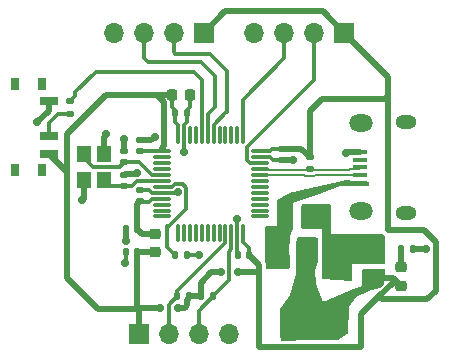
<source format=gbr>
%TF.GenerationSoftware,KiCad,Pcbnew,(6.0.7)*%
%TF.CreationDate,2022-08-14T12:50:59+03:00*%
%TF.ProjectId,STM32F103C8T6,53544d33-3246-4313-9033-433854362e6b,rev?*%
%TF.SameCoordinates,Original*%
%TF.FileFunction,Copper,L1,Top*%
%TF.FilePolarity,Positive*%
%FSLAX46Y46*%
G04 Gerber Fmt 4.6, Leading zero omitted, Abs format (unit mm)*
G04 Created by KiCad (PCBNEW (6.0.7)) date 2022-08-14 12:50:59*
%MOMM*%
%LPD*%
G01*
G04 APERTURE LIST*
G04 Aperture macros list*
%AMRoundRect*
0 Rectangle with rounded corners*
0 $1 Rounding radius*
0 $2 $3 $4 $5 $6 $7 $8 $9 X,Y pos of 4 corners*
0 Add a 4 corners polygon primitive as box body*
4,1,4,$2,$3,$4,$5,$6,$7,$8,$9,$2,$3,0*
0 Add four circle primitives for the rounded corners*
1,1,$1+$1,$2,$3*
1,1,$1+$1,$4,$5*
1,1,$1+$1,$6,$7*
1,1,$1+$1,$8,$9*
0 Add four rect primitives between the rounded corners*
20,1,$1+$1,$2,$3,$4,$5,0*
20,1,$1+$1,$4,$5,$6,$7,0*
20,1,$1+$1,$6,$7,$8,$9,0*
20,1,$1+$1,$8,$9,$2,$3,0*%
G04 Aperture macros list end*
%TA.AperFunction,SMDPad,CuDef*%
%ADD10RoundRect,0.135000X-0.185000X0.135000X-0.185000X-0.135000X0.185000X-0.135000X0.185000X0.135000X0*%
%TD*%
%TA.AperFunction,SMDPad,CuDef*%
%ADD11RoundRect,0.135000X-0.135000X-0.185000X0.135000X-0.185000X0.135000X0.185000X-0.135000X0.185000X0*%
%TD*%
%TA.AperFunction,SMDPad,CuDef*%
%ADD12RoundRect,0.140000X0.140000X0.170000X-0.140000X0.170000X-0.140000X-0.170000X0.140000X-0.170000X0*%
%TD*%
%TA.AperFunction,ComponentPad*%
%ADD13R,1.700000X1.700000*%
%TD*%
%TA.AperFunction,ComponentPad*%
%ADD14O,1.700000X1.700000*%
%TD*%
%TA.AperFunction,SMDPad,CuDef*%
%ADD15RoundRect,0.218750X-0.256250X0.218750X-0.256250X-0.218750X0.256250X-0.218750X0.256250X0.218750X0*%
%TD*%
%TA.AperFunction,SMDPad,CuDef*%
%ADD16RoundRect,0.225000X-0.225000X-0.250000X0.225000X-0.250000X0.225000X0.250000X-0.225000X0.250000X0*%
%TD*%
%TA.AperFunction,SMDPad,CuDef*%
%ADD17RoundRect,0.140000X0.170000X-0.140000X0.170000X0.140000X-0.170000X0.140000X-0.170000X-0.140000X0*%
%TD*%
%TA.AperFunction,SMDPad,CuDef*%
%ADD18R,0.800000X1.000000*%
%TD*%
%TA.AperFunction,SMDPad,CuDef*%
%ADD19R,1.500000X0.700000*%
%TD*%
%TA.AperFunction,SMDPad,CuDef*%
%ADD20RoundRect,0.135000X0.185000X-0.135000X0.185000X0.135000X-0.185000X0.135000X-0.185000X-0.135000X0*%
%TD*%
%TA.AperFunction,SMDPad,CuDef*%
%ADD21RoundRect,0.250000X-0.250000X-0.475000X0.250000X-0.475000X0.250000X0.475000X-0.250000X0.475000X0*%
%TD*%
%TA.AperFunction,SMDPad,CuDef*%
%ADD22RoundRect,0.140000X-0.170000X0.140000X-0.170000X-0.140000X0.170000X-0.140000X0.170000X0.140000X0*%
%TD*%
%TA.AperFunction,SMDPad,CuDef*%
%ADD23R,1.200000X1.400000*%
%TD*%
%TA.AperFunction,SMDPad,CuDef*%
%ADD24RoundRect,0.075000X-0.662500X-0.075000X0.662500X-0.075000X0.662500X0.075000X-0.662500X0.075000X0*%
%TD*%
%TA.AperFunction,SMDPad,CuDef*%
%ADD25RoundRect,0.075000X-0.075000X-0.662500X0.075000X-0.662500X0.075000X0.662500X-0.075000X0.662500X0*%
%TD*%
%TA.AperFunction,SMDPad,CuDef*%
%ADD26RoundRect,0.140000X-0.140000X-0.170000X0.140000X-0.170000X0.140000X0.170000X-0.140000X0.170000X0*%
%TD*%
%TA.AperFunction,SMDPad,CuDef*%
%ADD27R,1.300000X0.450000*%
%TD*%
%TA.AperFunction,ComponentPad*%
%ADD28O,2.000000X1.450000*%
%TD*%
%TA.AperFunction,ComponentPad*%
%ADD29O,1.800000X1.150000*%
%TD*%
%TA.AperFunction,SMDPad,CuDef*%
%ADD30RoundRect,0.218750X0.256250X-0.218750X0.256250X0.218750X-0.256250X0.218750X-0.256250X-0.218750X0*%
%TD*%
%TA.AperFunction,SMDPad,CuDef*%
%ADD31R,1.500000X2.000000*%
%TD*%
%TA.AperFunction,SMDPad,CuDef*%
%ADD32R,3.800000X2.000000*%
%TD*%
%TA.AperFunction,SMDPad,CuDef*%
%ADD33RoundRect,0.250000X0.475000X-0.250000X0.475000X0.250000X-0.475000X0.250000X-0.475000X-0.250000X0*%
%TD*%
%TA.AperFunction,SMDPad,CuDef*%
%ADD34RoundRect,0.135000X0.135000X0.185000X-0.135000X0.185000X-0.135000X-0.185000X0.135000X-0.185000X0*%
%TD*%
%TA.AperFunction,ViaPad*%
%ADD35C,0.700000*%
%TD*%
%TA.AperFunction,Conductor*%
%ADD36C,0.300000*%
%TD*%
%TA.AperFunction,Conductor*%
%ADD37C,0.500000*%
%TD*%
%TA.AperFunction,Conductor*%
%ADD38C,0.200000*%
%TD*%
G04 APERTURE END LIST*
D10*
%TO.P,R5,1*%
%TO.N,+3.3V*%
X106875000Y-69240000D03*
%TO.P,R5,2*%
%TO.N,/USB_D+*%
X106875000Y-70260000D03*
%TD*%
D11*
%TO.P,R1,1*%
%TO.N,/PWR_LED_K*%
X114580000Y-77010000D03*
%TO.P,R1,2*%
%TO.N,GND*%
X115600000Y-77010000D03*
%TD*%
D12*
%TO.P,C7,1*%
%TO.N,+3.3V*%
X101760000Y-77500000D03*
%TO.P,C7,2*%
%TO.N,GND*%
X100800000Y-77500000D03*
%TD*%
%TO.P,C12,1*%
%TO.N,+3.3VA*%
X92300000Y-75350000D03*
%TO.P,C12,2*%
%TO.N,GND*%
X91340000Y-75350000D03*
%TD*%
D13*
%TO.P,J1,1,Pin_1*%
%TO.N,+3.3V*%
X97900000Y-58700000D03*
D14*
%TO.P,J1,2,Pin_2*%
%TO.N,/USART_TX1*%
X95360000Y-58700000D03*
%TO.P,J1,3,Pin_3*%
%TO.N,/USART_RX1*%
X92820000Y-58700000D03*
%TO.P,J1,4,Pin_4*%
%TO.N,GND*%
X90280000Y-58700000D03*
%TD*%
D15*
%TO.P,D1,1,K*%
%TO.N,/PWR_LED_K*%
X114610000Y-78542500D03*
%TO.P,D1,2,A*%
%TO.N,+3.3V*%
X114610000Y-80117500D03*
%TD*%
D16*
%TO.P,C3,1*%
%TO.N,+3.3V*%
X95225000Y-64000000D03*
%TO.P,C3,2*%
%TO.N,GND*%
X96775000Y-64000000D03*
%TD*%
D17*
%TO.P,C4,1*%
%TO.N,+3.3V*%
X92500000Y-68750000D03*
%TO.P,C4,2*%
%TO.N,GND*%
X92500000Y-67790000D03*
%TD*%
%TO.P,C11,1*%
%TO.N,+3.3VA*%
X92500000Y-72960000D03*
%TO.P,C11,2*%
%TO.N,GND*%
X92500000Y-72000000D03*
%TD*%
D18*
%TO.P,SW1,*%
%TO.N,*%
X84180000Y-63050000D03*
X81970000Y-70350000D03*
X84180000Y-70350000D03*
X81970000Y-63050000D03*
D19*
%TO.P,SW1,1,A*%
%TO.N,GND*%
X84830000Y-64450000D03*
%TO.P,SW1,2,B*%
%TO.N,/SW_BOOT0*%
X84830000Y-67450000D03*
%TO.P,SW1,3,C*%
%TO.N,+3.3V*%
X84830000Y-68950000D03*
%TD*%
D20*
%TO.P,R4,1*%
%TO.N,/SW_BOOT0*%
X86614000Y-65536000D03*
%TO.P,R4,2*%
%TO.N,/BOOT0*%
X86614000Y-64516000D03*
%TD*%
D21*
%TO.P,C1,1*%
%TO.N,VBUS*%
X104980000Y-74190000D03*
%TO.P,C1,2*%
%TO.N,GND*%
X106880000Y-74190000D03*
%TD*%
D22*
%TO.P,C8,1*%
%TO.N,+3.3V*%
X104500000Y-68540000D03*
%TO.P,C8,2*%
%TO.N,GND*%
X104500000Y-69500000D03*
%TD*%
D23*
%TO.P,Y1,1,1*%
%TO.N,/HSE_IN*%
X87750000Y-69000000D03*
%TO.P,Y1,2,2*%
%TO.N,GND*%
X87750000Y-71200000D03*
%TO.P,Y1,3,3*%
%TO.N,/HSE_OUT*%
X89450000Y-71200000D03*
%TO.P,Y1,4,4*%
%TO.N,GND*%
X89450000Y-69000000D03*
%TD*%
D13*
%TO.P,J2,1,Pin_1*%
%TO.N,+3.3V*%
X92390000Y-84200000D03*
D14*
%TO.P,J2,2,Pin_2*%
%TO.N,/I2C2_SCL*%
X94930000Y-84200000D03*
%TO.P,J2,3,Pin_3*%
%TO.N,/I2C2_SDA*%
X97470000Y-84200000D03*
%TO.P,J2,4,Pin_4*%
%TO.N,GND*%
X100010000Y-84200000D03*
%TD*%
D13*
%TO.P,J3,1,Pin_1*%
%TO.N,+3.3V*%
X109800000Y-58700000D03*
D14*
%TO.P,J3,2,Pin_2*%
%TO.N,/SWDIO*%
X107260000Y-58700000D03*
%TO.P,J3,3,Pin_3*%
%TO.N,/SWDCLK*%
X104720000Y-58700000D03*
%TO.P,J3,4,Pin_4*%
%TO.N,GND*%
X102180000Y-58700000D03*
%TD*%
D24*
%TO.P,U2,1,VBAT*%
%TO.N,+3.3V*%
X94337500Y-68750000D03*
%TO.P,U2,2,PC13*%
%TO.N,unconnected-(U2-Pad2)*%
X94337500Y-69250000D03*
%TO.P,U2,3,PC14*%
%TO.N,unconnected-(U2-Pad3)*%
X94337500Y-69750000D03*
%TO.P,U2,4,PC15*%
%TO.N,unconnected-(U2-Pad4)*%
X94337500Y-70250000D03*
%TO.P,U2,5,PD0*%
%TO.N,/HSE_IN*%
X94337500Y-70750000D03*
%TO.P,U2,6,PD1*%
%TO.N,/HSE_OUT*%
X94337500Y-71250000D03*
%TO.P,U2,7,NRST*%
%TO.N,/NRST*%
X94337500Y-71750000D03*
%TO.P,U2,8,VSSA*%
%TO.N,GND*%
X94337500Y-72250000D03*
%TO.P,U2,9,VDDA*%
%TO.N,+3.3VA*%
X94337500Y-72750000D03*
%TO.P,U2,10,PA0*%
%TO.N,unconnected-(U2-Pad10)*%
X94337500Y-73250000D03*
%TO.P,U2,11,PA1*%
%TO.N,unconnected-(U2-Pad11)*%
X94337500Y-73750000D03*
%TO.P,U2,12,PA2*%
%TO.N,unconnected-(U2-Pad12)*%
X94337500Y-74250000D03*
D25*
%TO.P,U2,13,PA3*%
%TO.N,unconnected-(U2-Pad13)*%
X95750000Y-75662500D03*
%TO.P,U2,14,PA4*%
%TO.N,unconnected-(U2-Pad14)*%
X96250000Y-75662500D03*
%TO.P,U2,15,PA5*%
%TO.N,unconnected-(U2-Pad15)*%
X96750000Y-75662500D03*
%TO.P,U2,16,PA6*%
%TO.N,unconnected-(U2-Pad16)*%
X97250000Y-75662500D03*
%TO.P,U2,17,PA7*%
%TO.N,unconnected-(U2-Pad17)*%
X97750000Y-75662500D03*
%TO.P,U2,18,PB0*%
%TO.N,unconnected-(U2-Pad18)*%
X98250000Y-75662500D03*
%TO.P,U2,19,PB1*%
%TO.N,unconnected-(U2-Pad19)*%
X98750000Y-75662500D03*
%TO.P,U2,20,PB2*%
%TO.N,unconnected-(U2-Pad20)*%
X99250000Y-75662500D03*
%TO.P,U2,21,PB10*%
%TO.N,/I2C2_SCL*%
X99750000Y-75662500D03*
%TO.P,U2,22,PB11*%
%TO.N,/I2C2_SDA*%
X100250000Y-75662500D03*
%TO.P,U2,23,VSS*%
%TO.N,GND*%
X100750000Y-75662500D03*
%TO.P,U2,24,VDD*%
%TO.N,+3.3V*%
X101250000Y-75662500D03*
D24*
%TO.P,U2,25,PB12*%
%TO.N,unconnected-(U2-Pad25)*%
X102662500Y-74250000D03*
%TO.P,U2,26,PB13*%
%TO.N,unconnected-(U2-Pad26)*%
X102662500Y-73750000D03*
%TO.P,U2,27,PB14*%
%TO.N,unconnected-(U2-Pad27)*%
X102662500Y-73250000D03*
%TO.P,U2,28,PB15*%
%TO.N,unconnected-(U2-Pad28)*%
X102662500Y-72750000D03*
%TO.P,U2,29,PA8*%
%TO.N,unconnected-(U2-Pad29)*%
X102662500Y-72250000D03*
%TO.P,U2,30,PA9*%
%TO.N,unconnected-(U2-Pad30)*%
X102662500Y-71750000D03*
%TO.P,U2,31,PA10*%
%TO.N,unconnected-(U2-Pad31)*%
X102662500Y-71250000D03*
%TO.P,U2,32,PA11*%
%TO.N,/USB_D-*%
X102662500Y-70750000D03*
%TO.P,U2,33,PA12*%
%TO.N,/USB_D+*%
X102662500Y-70250000D03*
%TO.P,U2,34,PA13*%
%TO.N,/SWDIO*%
X102662500Y-69750000D03*
%TO.P,U2,35,VSS*%
%TO.N,GND*%
X102662500Y-69250000D03*
%TO.P,U2,36,VDD*%
%TO.N,+3.3V*%
X102662500Y-68750000D03*
D25*
%TO.P,U2,37,PA14*%
%TO.N,/SWDCLK*%
X101250000Y-67337500D03*
%TO.P,U2,38,PA15*%
%TO.N,unconnected-(U2-Pad38)*%
X100750000Y-67337500D03*
%TO.P,U2,39,PB3*%
%TO.N,unconnected-(U2-Pad39)*%
X100250000Y-67337500D03*
%TO.P,U2,40,PB4*%
%TO.N,unconnected-(U2-Pad40)*%
X99750000Y-67337500D03*
%TO.P,U2,41,PB5*%
%TO.N,unconnected-(U2-Pad41)*%
X99250000Y-67337500D03*
%TO.P,U2,42,PB6*%
%TO.N,/USART_TX1*%
X98750000Y-67337500D03*
%TO.P,U2,43,PB7*%
%TO.N,/USART_RX1*%
X98250000Y-67337500D03*
%TO.P,U2,44,BOOT0*%
%TO.N,/BOOT0*%
X97750000Y-67337500D03*
%TO.P,U2,45,PB8*%
%TO.N,unconnected-(U2-Pad45)*%
X97250000Y-67337500D03*
%TO.P,U2,46,PB9*%
%TO.N,unconnected-(U2-Pad46)*%
X96750000Y-67337500D03*
%TO.P,U2,47,VSS*%
%TO.N,GND*%
X96250000Y-67337500D03*
%TO.P,U2,48,VDD*%
%TO.N,+3.3V*%
X95750000Y-67337500D03*
%TD*%
D12*
%TO.P,C13,1*%
%TO.N,+3.3V*%
X92260000Y-77250000D03*
%TO.P,C13,2*%
%TO.N,GND*%
X91300000Y-77250000D03*
%TD*%
D26*
%TO.P,C6,1*%
%TO.N,/NRST*%
X95520000Y-77500000D03*
%TO.P,C6,2*%
%TO.N,GND*%
X96480000Y-77500000D03*
%TD*%
D27*
%TO.P,J4,1,VBUS*%
%TO.N,VBUS*%
X111150000Y-71400000D03*
%TO.P,J4,2,D-*%
%TO.N,/USB_D-*%
X111150000Y-70750000D03*
%TO.P,J4,3,D+*%
%TO.N,/USB_D+*%
X111150000Y-70100000D03*
%TO.P,J4,4,ID*%
%TO.N,unconnected-(J4-Pad4)*%
X111150000Y-69450000D03*
%TO.P,J4,5,GND*%
%TO.N,GND*%
X111150000Y-68800000D03*
D28*
%TO.P,J4,6,Shield*%
X111200000Y-73825000D03*
X111200000Y-66375000D03*
D29*
X115000000Y-73975000D03*
X115000000Y-66225000D03*
%TD*%
D17*
%TO.P,C5,1*%
%TO.N,/HSE_IN*%
X91200000Y-69660000D03*
%TO.P,C5,2*%
%TO.N,GND*%
X91200000Y-68700000D03*
%TD*%
D30*
%TO.P,FB1,1*%
%TO.N,+3.3V*%
X93750000Y-77287500D03*
%TO.P,FB1,2*%
%TO.N,+3.3VA*%
X93750000Y-75712500D03*
%TD*%
D31*
%TO.P,U1,1,GND*%
%TO.N,GND*%
X108980000Y-77216000D03*
D32*
%TO.P,U1,2,VO*%
%TO.N,+3.3V*%
X106680000Y-83516000D03*
D31*
X106680000Y-77216000D03*
%TO.P,U1,3,VI*%
%TO.N,VBUS*%
X104380000Y-77216000D03*
%TD*%
D26*
%TO.P,C10,1*%
%TO.N,+3.3V*%
X95520000Y-65500000D03*
%TO.P,C10,2*%
%TO.N,GND*%
X96480000Y-65500000D03*
%TD*%
D33*
%TO.P,C2,1*%
%TO.N,+3.3V*%
X112268000Y-79436000D03*
%TO.P,C2,2*%
%TO.N,GND*%
X112268000Y-77536000D03*
%TD*%
D17*
%TO.P,C9,1*%
%TO.N,/HSE_OUT*%
X91200000Y-71680000D03*
%TO.P,C9,2*%
%TO.N,GND*%
X91200000Y-70720000D03*
%TD*%
D34*
%TO.P,R2,1*%
%TO.N,+3.3V*%
X96700000Y-81000000D03*
%TO.P,R2,2*%
%TO.N,/I2C2_SCL*%
X95680000Y-81000000D03*
%TD*%
D11*
%TO.P,R3,1*%
%TO.N,+3.3V*%
X97690000Y-81000000D03*
%TO.P,R3,2*%
%TO.N,/I2C2_SDA*%
X98710000Y-81000000D03*
%TD*%
D35*
%TO.N,GND*%
X108458000Y-78994000D03*
X91190000Y-67700000D03*
X93750000Y-67500000D03*
X112776000Y-76200000D03*
X96250000Y-68818000D03*
X91250000Y-78230000D03*
X87630000Y-72898000D03*
X83820000Y-66294000D03*
X92227183Y-70550781D03*
X108204000Y-74676000D03*
X109950498Y-68900000D03*
X108204000Y-73660000D03*
X91340000Y-76290000D03*
X116750000Y-77010000D03*
X100750000Y-74500000D03*
X109474000Y-78994000D03*
X89662000Y-67310000D03*
X105500000Y-69500000D03*
X95740000Y-72220000D03*
X97490000Y-77510000D03*
%TO.N,+3.3V*%
X94230500Y-82042000D03*
X99350500Y-78994000D03*
X100838000Y-78994000D03*
X95696240Y-81973004D03*
%TD*%
D36*
%TO.N,GND*%
X96480000Y-65500000D02*
X96480000Y-65270000D01*
X96480000Y-66268959D02*
X96480000Y-65500000D01*
X102662500Y-69250000D02*
X103501041Y-69250000D01*
D37*
X87750000Y-72778000D02*
X87630000Y-72898000D01*
X83820000Y-66294000D02*
X84830000Y-65284000D01*
D36*
X94337500Y-72250000D02*
X93498959Y-72250000D01*
D37*
X109950498Y-68874502D02*
X110050000Y-68775000D01*
X109950498Y-68900000D02*
X109950498Y-68874502D01*
D36*
X91300000Y-78180000D02*
X91250000Y-78230000D01*
D37*
X84830000Y-65284000D02*
X84830000Y-64450000D01*
D36*
X96250000Y-67337500D02*
X96250000Y-68818000D01*
X96480000Y-77500000D02*
X96490000Y-77510000D01*
D37*
X92230000Y-70553598D02*
X92227183Y-70550781D01*
D36*
X100750000Y-77450000D02*
X100800000Y-77500000D01*
D37*
X92500000Y-67790000D02*
X93460000Y-67790000D01*
D36*
X96490000Y-77510000D02*
X97490000Y-77510000D01*
X96250000Y-67337500D02*
X96250000Y-66498959D01*
X103501041Y-69250000D02*
X103751041Y-69500000D01*
D37*
X91200000Y-70720000D02*
X91270000Y-70650000D01*
D36*
X94337500Y-72250000D02*
X95710000Y-72250000D01*
X100750000Y-75662500D02*
X100750000Y-77450000D01*
X95710000Y-72250000D02*
X95740000Y-72220000D01*
D37*
X91200000Y-67710000D02*
X91190000Y-67700000D01*
X89450000Y-69000000D02*
X89450000Y-67522000D01*
X115600000Y-77010000D02*
X116750000Y-77010000D01*
D36*
X93248959Y-72000000D02*
X92500000Y-72000000D01*
D37*
X105500000Y-69500000D02*
X104500000Y-69500000D01*
D36*
X96775000Y-64975000D02*
X96775000Y-64000000D01*
X96250000Y-66498959D02*
X96480000Y-66268959D01*
D37*
X93460000Y-67790000D02*
X93750000Y-67500000D01*
D36*
X91300000Y-77250000D02*
X91300000Y-78180000D01*
D37*
X91340000Y-75350000D02*
X91340000Y-76290000D01*
D36*
X93498959Y-72250000D02*
X93248959Y-72000000D01*
D37*
X87750000Y-71200000D02*
X87750000Y-72778000D01*
X89450000Y-67522000D02*
X89662000Y-67310000D01*
D36*
X103751041Y-69500000D02*
X104500000Y-69500000D01*
D37*
X92230000Y-70650000D02*
X92230000Y-70553598D01*
X91270000Y-70650000D02*
X92230000Y-70650000D01*
X91200000Y-68700000D02*
X91200000Y-67710000D01*
D36*
X96480000Y-65270000D02*
X96775000Y-64975000D01*
D37*
X110050000Y-68775000D02*
X111150000Y-68775000D01*
D36*
X100750000Y-75662500D02*
X100750000Y-74500000D01*
D37*
%TO.N,+3.3V*%
X113538000Y-75438000D02*
X113538000Y-64770000D01*
D36*
X101250000Y-76450000D02*
X101760000Y-76960000D01*
D37*
X96520000Y-81788000D02*
X96334996Y-81973004D01*
D36*
X103500000Y-68750000D02*
X102662500Y-68750000D01*
D37*
X113538000Y-64052000D02*
X113538000Y-62438000D01*
D36*
X101250000Y-75662500D02*
X101250000Y-76450000D01*
D37*
X92260000Y-77250000D02*
X92260000Y-81978000D01*
X96334996Y-81973004D02*
X95696240Y-81973004D01*
X112776000Y-81026000D02*
X113030000Y-81280000D01*
D36*
X95520000Y-65500000D02*
X95520000Y-65270000D01*
D37*
X113538000Y-64770000D02*
X113538000Y-64052000D01*
D36*
X95750000Y-67337500D02*
X95750000Y-66500000D01*
X95500000Y-65520000D02*
X95520000Y-65500000D01*
D37*
X86360000Y-79502000D02*
X86360000Y-70480000D01*
X93972000Y-64000000D02*
X95225000Y-64000000D01*
X99350500Y-78994000D02*
X98552000Y-78994000D01*
X96700000Y-81127315D02*
X96520000Y-81307315D01*
D36*
X95750000Y-66500000D02*
X95500000Y-66250000D01*
D37*
X86360000Y-70480000D02*
X86360000Y-67310000D01*
X112776000Y-81026000D02*
X111252000Y-82550000D01*
X97690000Y-79856000D02*
X97690000Y-81000000D01*
X92260000Y-81978000D02*
X92390000Y-82108000D01*
D36*
X101760000Y-76960000D02*
X101760000Y-77500000D01*
D37*
X86360000Y-70480000D02*
X84830000Y-68950000D01*
X102616000Y-78994000D02*
X100838000Y-78994000D01*
D36*
X95520000Y-65270000D02*
X95225000Y-64975000D01*
D37*
X93712500Y-77250000D02*
X93750000Y-77287500D01*
X96700000Y-81000000D02*
X96700000Y-81127315D01*
X94550000Y-68264000D02*
X94337500Y-68476500D01*
X111252000Y-82550000D02*
X111252000Y-85344000D01*
X107890000Y-64300000D02*
X106875000Y-65315000D01*
X113538000Y-64052000D02*
X113290000Y-64300000D01*
X92260000Y-77250000D02*
X93712500Y-77250000D01*
X102616000Y-85344000D02*
X102616000Y-78994000D01*
X113928500Y-79436000D02*
X113928500Y-79873500D01*
X99704000Y-56896000D02*
X107996000Y-56896000D01*
X113928500Y-79873500D02*
X112776000Y-81026000D01*
X98552000Y-78994000D02*
X97690000Y-79856000D01*
X92390000Y-82108000D02*
X92390000Y-84200000D01*
X86360000Y-67310000D02*
X89670000Y-64000000D01*
D36*
X95225000Y-64975000D02*
X95225000Y-64000000D01*
D37*
X113538000Y-62438000D02*
X109800000Y-58700000D01*
X113928500Y-79436000D02*
X114610000Y-80117500D01*
X92390000Y-82108000D02*
X88966000Y-82108000D01*
D36*
X103710000Y-68540000D02*
X103500000Y-68750000D01*
D37*
X96520000Y-81307315D02*
X96520000Y-81788000D01*
X92456000Y-82042000D02*
X92390000Y-82108000D01*
X102616000Y-78994000D02*
X102616000Y-78356000D01*
X107996000Y-56896000D02*
X109800000Y-58700000D01*
X113030000Y-81280000D02*
X116840000Y-81280000D01*
X88966000Y-82108000D02*
X86360000Y-79502000D01*
X97900000Y-58700000D02*
X99704000Y-56896000D01*
X106875000Y-69240000D02*
X106175000Y-68540000D01*
X113290000Y-64300000D02*
X107890000Y-64300000D01*
X117550000Y-80570000D02*
X117550000Y-76402000D01*
X106875000Y-65315000D02*
X106875000Y-69240000D01*
X93972000Y-64000000D02*
X94550000Y-64578000D01*
X94550000Y-64578000D02*
X94550000Y-68264000D01*
D36*
X104500000Y-68540000D02*
X103710000Y-68540000D01*
X95500000Y-66250000D02*
X95500000Y-65520000D01*
D37*
X117550000Y-76402000D02*
X116586000Y-75438000D01*
X111252000Y-85344000D02*
X102616000Y-85344000D01*
X94337500Y-68476500D02*
X94337500Y-68650000D01*
D36*
X92500000Y-68750000D02*
X94337500Y-68750000D01*
D37*
X112268000Y-79436000D02*
X113928500Y-79436000D01*
X89670000Y-64000000D02*
X93972000Y-64000000D01*
X102616000Y-78356000D02*
X101760000Y-77500000D01*
X94230500Y-82042000D02*
X92456000Y-82042000D01*
X116586000Y-75438000D02*
X113538000Y-75438000D01*
X97690000Y-81000000D02*
X96700000Y-81000000D01*
X106175000Y-68540000D02*
X104500000Y-68540000D01*
X116840000Y-81280000D02*
X117550000Y-80570000D01*
D36*
%TO.N,/HSE_IN*%
X92500000Y-69750000D02*
X92410000Y-69660000D01*
X92410000Y-69660000D02*
X91200000Y-69660000D01*
X91200000Y-69660000D02*
X90810000Y-70050000D01*
X88500000Y-70050000D02*
X87750000Y-69300000D01*
X90810000Y-70050000D02*
X88500000Y-70050000D01*
X94337500Y-70750000D02*
X93498959Y-70750000D01*
X93498959Y-70750000D02*
X92500000Y-69751041D01*
X87750000Y-69300000D02*
X87750000Y-69000000D01*
X92500000Y-69751041D02*
X92500000Y-69750000D01*
%TO.N,/NRST*%
X96160000Y-71520000D02*
X96440000Y-71800000D01*
X94840000Y-75086041D02*
X94840000Y-76820000D01*
X94840000Y-76820000D02*
X95520000Y-77500000D01*
X94337500Y-71750000D02*
X95220050Y-71750000D01*
X96440000Y-71800000D02*
X96440000Y-73633959D01*
X95220050Y-71750000D02*
X95450050Y-71520000D01*
X95450050Y-71520000D02*
X96160000Y-71520000D01*
X94987918Y-75086041D02*
X94840000Y-75086041D01*
X96440000Y-73633959D02*
X94987918Y-75086041D01*
%TO.N,/HSE_OUT*%
X94337500Y-71250000D02*
X92247035Y-71250000D01*
X91200000Y-71680000D02*
X89930000Y-71680000D01*
X91817035Y-71680000D02*
X91200000Y-71680000D01*
X92247035Y-71250000D02*
X91817035Y-71680000D01*
X89930000Y-71680000D02*
X89450000Y-71200000D01*
D37*
%TO.N,+3.3VA*%
X92300000Y-75350000D02*
X92300000Y-73160000D01*
D36*
X93498959Y-72750000D02*
X93250000Y-72998959D01*
D37*
X93750000Y-75712500D02*
X92662500Y-75712500D01*
D36*
X94337500Y-72750000D02*
X93498959Y-72750000D01*
X93250000Y-72998959D02*
X93250000Y-73000000D01*
D37*
X92662500Y-75712500D02*
X92300000Y-75350000D01*
D36*
X93250000Y-73000000D02*
X92540000Y-73000000D01*
D37*
X92300000Y-73160000D02*
X92500000Y-72960000D01*
D36*
X92540000Y-73000000D02*
X92500000Y-72960000D01*
D37*
%TO.N,/PWR_LED_K*%
X114580000Y-77010000D02*
X114580000Y-78512500D01*
X114580000Y-78512500D02*
X114610000Y-78542500D01*
D36*
%TO.N,/USART_TX1*%
X99925000Y-65425000D02*
X99925000Y-61975000D01*
X95360000Y-60360000D02*
X95360000Y-58700000D01*
X98750000Y-67337500D02*
X98750000Y-66498959D01*
X99925000Y-61975000D02*
X98425000Y-60475000D01*
X98750000Y-66498959D02*
X99823959Y-65425000D01*
X99823959Y-65425000D02*
X99925000Y-65425000D01*
X98425000Y-60475000D02*
X95475000Y-60475000D01*
X95475000Y-60475000D02*
X95360000Y-60360000D01*
%TO.N,/USART_RX1*%
X98875000Y-64950000D02*
X98875000Y-62400000D01*
X97675000Y-61200000D02*
X93175000Y-61200000D01*
X98875000Y-62400000D02*
X97675000Y-61200000D01*
X93175000Y-61200000D02*
X92820000Y-60845000D01*
X98250000Y-65575000D02*
X98875000Y-64950000D01*
X98250000Y-67337500D02*
X98250000Y-65575000D01*
X92820000Y-60845000D02*
X92820000Y-58700000D01*
%TO.N,/I2C2_SCL*%
X95680000Y-80571041D02*
X95680000Y-81000000D01*
X94930000Y-81750000D02*
X94930000Y-84200000D01*
X95680000Y-81000000D02*
X94930000Y-81750000D01*
X99750000Y-76501041D02*
X95680000Y-80571041D01*
X99750000Y-75662500D02*
X99750000Y-76501041D01*
%TO.N,/I2C2_SDA*%
X100250000Y-77047035D02*
X100050000Y-77247035D01*
X100050000Y-79660000D02*
X98710000Y-81000000D01*
X100050000Y-77247035D02*
X100050000Y-79660000D01*
X100250000Y-75662500D02*
X100250000Y-77047035D01*
X98710000Y-81000000D02*
X97470000Y-82240000D01*
X97470000Y-82240000D02*
X97470000Y-84200000D01*
%TO.N,/SWDIO*%
X101823959Y-69750000D02*
X101575000Y-69501041D01*
X101575000Y-69501041D02*
X101575000Y-68375000D01*
X102662500Y-69750000D02*
X101823959Y-69750000D01*
X107260000Y-62690000D02*
X107260000Y-58700000D01*
X101575000Y-68375000D02*
X107260000Y-62690000D01*
%TO.N,/SWDCLK*%
X101250000Y-67337500D02*
X101250000Y-64350000D01*
X104720000Y-60870000D02*
X104720000Y-58700000D01*
X101250000Y-64350000D02*
X104725000Y-60875000D01*
X104725000Y-60875000D02*
X104720000Y-60870000D01*
D38*
%TO.N,/USB_D-*%
X106429817Y-70750000D02*
X106509817Y-70830000D01*
X107320183Y-70750000D02*
X111150000Y-70750000D01*
X102662500Y-70750000D02*
X106429817Y-70750000D01*
X107240183Y-70830000D02*
X107320183Y-70750000D01*
X106509817Y-70830000D02*
X107240183Y-70830000D01*
%TO.N,/USB_D+*%
X102662500Y-70250000D02*
X102712499Y-70299999D01*
X110200000Y-70299999D02*
X110200000Y-70225000D01*
X111025000Y-70225000D02*
X111150000Y-70100000D01*
X102712499Y-70299999D02*
X110200000Y-70299999D01*
X110200000Y-70225000D02*
X111025000Y-70225000D01*
D36*
%TO.N,/SW_BOOT0*%
X85594000Y-65536000D02*
X84830000Y-66300000D01*
X84830000Y-66300000D02*
X84830000Y-67450000D01*
X86614000Y-65536000D02*
X85594000Y-65536000D01*
%TO.N,/BOOT0*%
X97050000Y-62000000D02*
X88800000Y-62000000D01*
X87050000Y-64080000D02*
X86614000Y-64516000D01*
X88800000Y-62000000D02*
X87050000Y-63750000D01*
X97750000Y-62700000D02*
X97050000Y-62000000D01*
X97750000Y-67337500D02*
X97750000Y-62700000D01*
X87050000Y-63750000D02*
X87050000Y-64080000D01*
%TD*%
%TA.AperFunction,Conductor*%
%TO.N,VBUS*%
G36*
X110266151Y-71170185D02*
G01*
X110286716Y-71186742D01*
X110319181Y-71219151D01*
X110319187Y-71219155D01*
X110327287Y-71227241D01*
X110337758Y-71231870D01*
X110337759Y-71231871D01*
X110421147Y-71268737D01*
X110421149Y-71268738D01*
X110429673Y-71272506D01*
X110455354Y-71275500D01*
X111766000Y-71275500D01*
X111833039Y-71295185D01*
X111878794Y-71347989D01*
X111890000Y-71399500D01*
X111890000Y-71576000D01*
X111870315Y-71643039D01*
X111817511Y-71688794D01*
X111766000Y-71700000D01*
X109490000Y-71700000D01*
X107901837Y-72295561D01*
X107892152Y-72299193D01*
X107887825Y-72300725D01*
X105506913Y-73094362D01*
X105506912Y-73094363D01*
X105490000Y-73100000D01*
X105491596Y-75224000D01*
X105491628Y-75266699D01*
X105477873Y-75323553D01*
X105190000Y-75882669D01*
X105146345Y-77296882D01*
X105146946Y-77301668D01*
X105189035Y-77636981D01*
X105190000Y-77652425D01*
X105190000Y-78576000D01*
X105170315Y-78643039D01*
X105117511Y-78688794D01*
X105066000Y-78700000D01*
X103290500Y-78700000D01*
X103223461Y-78680315D01*
X103177706Y-78627511D01*
X103166500Y-78576000D01*
X103166500Y-78370957D01*
X103166609Y-78365764D01*
X103168856Y-78312154D01*
X103168856Y-78312153D01*
X103169210Y-78303706D01*
X103167279Y-78295475D01*
X103167279Y-78295471D01*
X103159253Y-78261253D01*
X103157123Y-78249764D01*
X103152353Y-78214940D01*
X103152353Y-78214939D01*
X103151206Y-78206568D01*
X103145166Y-78192610D01*
X103138242Y-78171675D01*
X103136699Y-78165097D01*
X103134768Y-78156864D01*
X103113761Y-78118652D01*
X103108624Y-78108167D01*
X103100199Y-78088699D01*
X103090000Y-78039450D01*
X103090000Y-75224000D01*
X103109685Y-75156961D01*
X103162489Y-75111206D01*
X103214000Y-75100000D01*
X104090000Y-75100000D01*
X104090000Y-72970207D01*
X104109685Y-72903168D01*
X104150203Y-72863878D01*
X105073568Y-72309859D01*
X105108639Y-72295562D01*
X106988391Y-71848002D01*
X109285861Y-71300986D01*
X109294196Y-71299301D01*
X109969548Y-71186742D01*
X110176879Y-71152187D01*
X110197263Y-71150500D01*
X110199112Y-71150500D01*
X110266151Y-71170185D01*
G37*
%TD.AperFunction*%
%TD*%
%TA.AperFunction,Conductor*%
%TO.N,GND*%
G36*
X108633039Y-73219685D02*
G01*
X108678794Y-73272489D01*
X108690000Y-73324000D01*
X108690000Y-75700000D01*
X112979961Y-75700000D01*
X113047000Y-75719685D01*
X113079730Y-75751252D01*
X113081707Y-75755132D01*
X113087428Y-75761353D01*
X113118413Y-75795049D01*
X113123503Y-75800947D01*
X113152290Y-75836497D01*
X113152295Y-75836502D01*
X113157614Y-75843070D01*
X113164506Y-75847967D01*
X113170667Y-75853753D01*
X113170567Y-75853859D01*
X113171469Y-75854654D01*
X113171561Y-75854543D01*
X113178079Y-75859935D01*
X113183799Y-75866156D01*
X113229901Y-75894740D01*
X113236369Y-75899038D01*
X113237845Y-75900087D01*
X113281080Y-75954973D01*
X113290000Y-76001153D01*
X113290000Y-78176000D01*
X113270315Y-78243039D01*
X113217511Y-78288794D01*
X113166000Y-78300000D01*
X110490000Y-78300000D01*
X110490000Y-79566095D01*
X110470315Y-79633134D01*
X110417511Y-79678889D01*
X110356490Y-79689730D01*
X108004490Y-79508807D01*
X107939157Y-79484038D01*
X107897587Y-79427881D01*
X107890000Y-79385172D01*
X107890000Y-75300000D01*
X106314000Y-75300000D01*
X106246961Y-75280315D01*
X106201206Y-75227511D01*
X106190000Y-75176000D01*
X106190000Y-73324000D01*
X106209685Y-73256961D01*
X106262489Y-73211206D01*
X106314000Y-73200000D01*
X108566000Y-73200000D01*
X108633039Y-73219685D01*
G37*
%TD.AperFunction*%
%TD*%
%TA.AperFunction,Conductor*%
%TO.N,+3.3V*%
G36*
X107416182Y-76013091D02*
G01*
X107521454Y-76065727D01*
X107572613Y-76113314D01*
X107590000Y-76176636D01*
X107590000Y-78078663D01*
X107582867Y-78120112D01*
X107341734Y-78800000D01*
X107334231Y-78821154D01*
X107390000Y-80000000D01*
X107394080Y-80009886D01*
X107843960Y-81100000D01*
X107990239Y-81454453D01*
X110407997Y-80502003D01*
X111273651Y-80160988D01*
X111273652Y-80160987D01*
X111290239Y-80154453D01*
X111290203Y-79931746D01*
X111290067Y-79108108D01*
X111290020Y-78824019D01*
X111309694Y-78756978D01*
X111362490Y-78711214D01*
X111414020Y-78700000D01*
X113138638Y-78700000D01*
X113205677Y-78719685D01*
X113226319Y-78736319D01*
X113248932Y-78758932D01*
X113282417Y-78820255D01*
X113284742Y-78857838D01*
X113194064Y-79855293D01*
X113168392Y-79920273D01*
X113158263Y-79931737D01*
X112812721Y-80277279D01*
X112759105Y-80308827D01*
X112592978Y-80356292D01*
X112090000Y-80500000D01*
X112085661Y-80502003D01*
X112085660Y-80502003D01*
X110804002Y-81093537D01*
X110804000Y-81093538D01*
X110790000Y-81100000D01*
X110190000Y-81900000D01*
X110189186Y-81918724D01*
X110092834Y-84134815D01*
X110070256Y-84200936D01*
X110034672Y-84234580D01*
X109318974Y-84681891D01*
X109255839Y-84700712D01*
X106838491Y-84751073D01*
X104593811Y-84797837D01*
X104526376Y-84779553D01*
X104479531Y-84727714D01*
X104469636Y-84698182D01*
X104392408Y-84312040D01*
X104390000Y-84287722D01*
X104390000Y-82040322D01*
X104409685Y-81973283D01*
X104413717Y-81967389D01*
X105183457Y-80908997D01*
X105183458Y-80908996D01*
X105190000Y-80900000D01*
X105690000Y-79100000D01*
X105690000Y-76610263D01*
X105691687Y-76589877D01*
X105772731Y-76103614D01*
X105803169Y-76040723D01*
X105862777Y-76004272D01*
X105895044Y-76000000D01*
X107360728Y-76000000D01*
X107416182Y-76013091D01*
G37*
%TD.AperFunction*%
%TD*%
M02*

</source>
